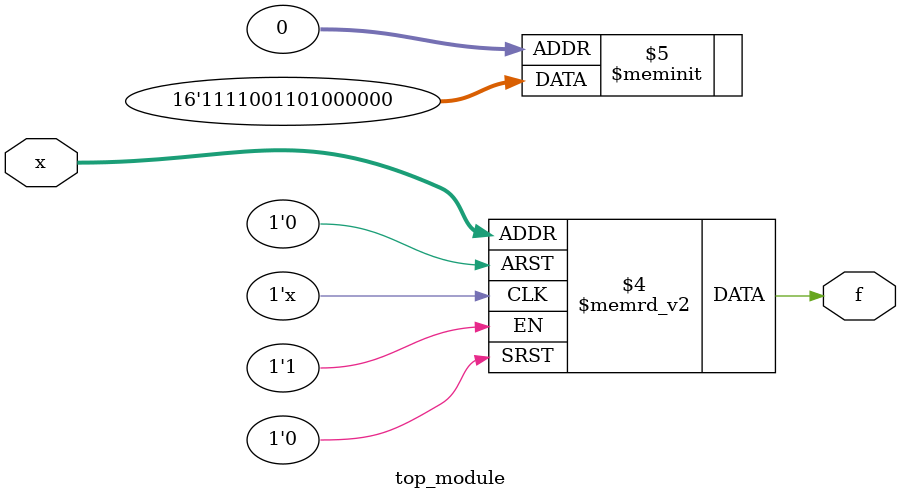
<source format=sv>
module top_module (
    input [4:1] x,
    output logic f
);

    always @(*) begin
        case (x)
            4'b0000: f = 1'b0;  // d but choose to output 0
            4'b0001: f = 1'b0;
            4'b0010: f = 1'b0;  // d but choose to output 0
            4'b0011: f = 1'b0;  // d but choose to output 0
            4'b0100: f = 1'b0;
            4'b0101: f = 1'b0;  // d but choose to output 0
            4'b0110: f = 1'b1;
            4'b0111: f = 1'b0;
            4'b1000: f = 1'b1;
            4'b1001: f = 1'b1;
            4'b1010: f = 1'b0;
            4'b1011: f = 1'b0;  // d but choose to output 0
            4'b1100: f = 1'b1;
            4'b1101: f = 1'b1;
            4'b1110: f = 1'b1;  // d but choose to output 1
            4'b1111: f = 1'b1;  // d but choose to output 1
            default: f = 1'b0;
        endcase
    end

endmodule

</source>
